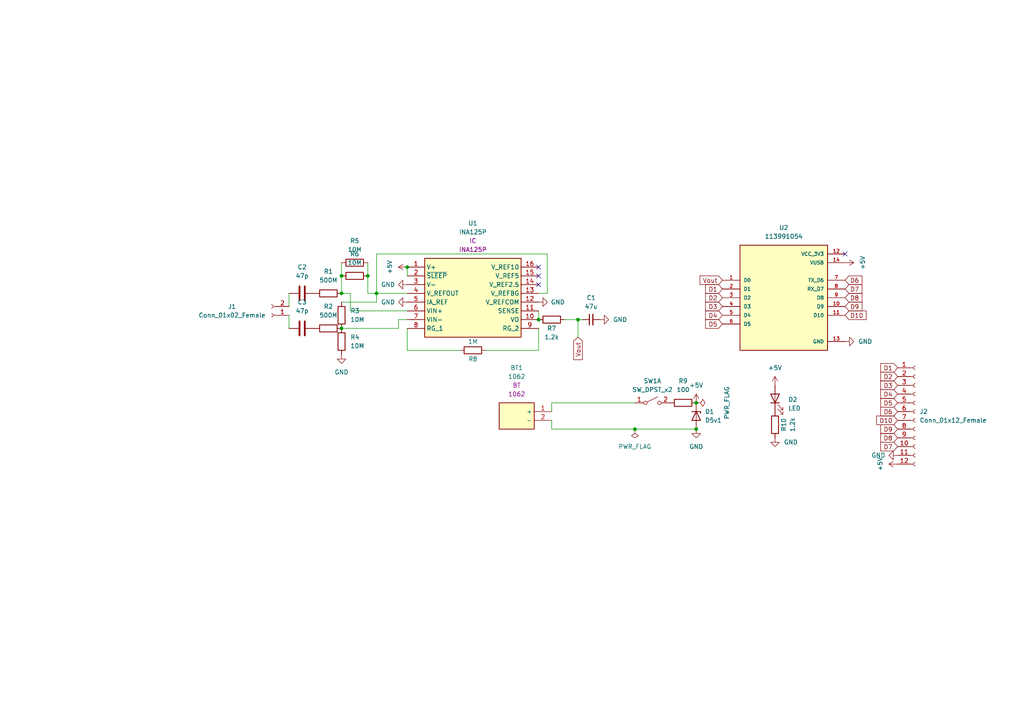
<source format=kicad_sch>
(kicad_sch (version 20211123) (generator eeschema)
  (paper "A4")
  (lib_symbols
    (symbol "Connector:Conn_01x02_Female" (pin_names (offset 1.016) hide)
      (property "Reference" "J" (at 0 2.54 0))
      (property "Value" "Conn_01x02_Female" (at 0 -5.08 0))
      (symbol "Conn_01x02_Female_1_1"
        (arc (start 0 -2.032) (mid -0.508 -2.54) (end 0 -3.048) (stroke (width 0.1524)))
        (polyline (pts (xy -1.27 -2.54) (xy -0.508 -2.54)) (stroke (width 0.1524)))
        (polyline (pts (xy -1.27 0) (xy -0.508 0)) (stroke (width 0.1524)))
        (arc (start 0 0.508) (mid -0.508 0) (end 0 -0.508) (stroke (width 0.1524)))
        (pin passive line (at -5.08 0 0) (length 3.81) (name "Pin_1") (number "1"))
        (pin passive line (at -5.08 -2.54 0) (length 3.81) (name "Pin_2") (number "2"))
      )
    )
    (symbol "Connector:Conn_01x12_Female" (pin_names (offset 1.016) hide)
      (property "Reference" "J" (at 0 15.24 0))
      (property "Value" "Conn_01x12_Female" (at 0 -17.78 0))
      (symbol "Conn_01x12_Female_1_1"
        (arc (start 0 -14.732) (mid -0.508 -15.24) (end 0 -15.748) (stroke (width 0.1524)))
        (arc (start 0 -12.192) (mid -0.508 -12.7) (end 0 -13.208) (stroke (width 0.1524)))
        (arc (start 0 -9.652) (mid -0.508 -10.16) (end 0 -10.668) (stroke (width 0.1524)))
        (arc (start 0 -7.112) (mid -0.508 -7.62) (end 0 -8.128) (stroke (width 0.1524)))
        (arc (start 0 -4.572) (mid -0.508 -5.08) (end 0 -5.588) (stroke (width 0.1524)))
        (arc (start 0 -2.032) (mid -0.508 -2.54) (end 0 -3.048) (stroke (width 0.1524)))
        (polyline (pts (xy -1.27 -15.24) (xy -0.508 -15.24)) (stroke (width 0.1524)))
        (polyline (pts (xy -1.27 -12.7) (xy -0.508 -12.7)) (stroke (width 0.1524)))
        (polyline (pts (xy -1.27 -10.16) (xy -0.508 -10.16)) (stroke (width 0.1524)))
        (polyline (pts (xy -1.27 -7.62) (xy -0.508 -7.62)) (stroke (width 0.1524)))
        (polyline (pts (xy -1.27 -5.08) (xy -0.508 -5.08)) (stroke (width 0.1524)))
        (polyline (pts (xy -1.27 -2.54) (xy -0.508 -2.54)) (stroke (width 0.1524)))
        (polyline (pts (xy -1.27 0) (xy -0.508 0)) (stroke (width 0.1524)))
        (polyline (pts (xy -1.27 2.54) (xy -0.508 2.54)) (stroke (width 0.1524)))
        (polyline (pts (xy -1.27 5.08) (xy -0.508 5.08)) (stroke (width 0.1524)))
        (polyline (pts (xy -1.27 7.62) (xy -0.508 7.62)) (stroke (width 0.1524)))
        (polyline (pts (xy -1.27 10.16) (xy -0.508 10.16)) (stroke (width 0.1524)))
        (polyline (pts (xy -1.27 12.7) (xy -0.508 12.7)) (stroke (width 0.1524)))
        (arc (start 0 0.508) (mid -0.508 0) (end 0 -0.508) (stroke (width 0.1524)))
        (arc (start 0 3.048) (mid -0.508 2.54) (end 0 2.032) (stroke (width 0.1524)))
        (arc (start 0 5.588) (mid -0.508 5.08) (end 0 4.572) (stroke (width 0.1524)))
        (arc (start 0 8.128) (mid -0.508 7.62) (end 0 7.112) (stroke (width 0.1524)))
        (arc (start 0 10.668) (mid -0.508 10.16) (end 0 9.652) (stroke (width 0.1524)))
        (arc (start 0 13.208) (mid -0.508 12.7) (end 0 12.192) (stroke (width 0.1524)))
        (pin passive line (at -5.08 12.7 0) (length 3.81) (name "Pin_1") (number "1"))
        (pin passive line (at -5.08 -10.16 0) (length 3.81) (name "Pin_10") (number "10"))
        (pin passive line (at -5.08 -12.7 0) (length 3.81) (name "Pin_11") (number "11"))
        (pin passive line (at -5.08 -15.24 0) (length 3.81) (name "Pin_12") (number "12"))
        (pin passive line (at -5.08 10.16 0) (length 3.81) (name "Pin_2") (number "2"))
        (pin passive line (at -5.08 7.62 0) (length 3.81) (name "Pin_3") (number "3"))
        (pin passive line (at -5.08 5.08 0) (length 3.81) (name "Pin_4") (number "4"))
        (pin passive line (at -5.08 2.54 0) (length 3.81) (name "Pin_5") (number "5"))
        (pin passive line (at -5.08 0 0) (length 3.81) (name "Pin_6") (number "6"))
        (pin passive line (at -5.08 -2.54 0) (length 3.81) (name "Pin_7") (number "7"))
        (pin passive line (at -5.08 -5.08 0) (length 3.81) (name "Pin_8") (number "8"))
        (pin passive line (at -5.08 -7.62 0) (length 3.81) (name "Pin_9") (number "9"))
      )
    )
    (symbol "Device:C" (pin_numbers hide) (pin_names (offset 0.254))
      (property "Reference" "C" (at 0.635 2.54 0))
      (property "Value" "C" (at 0.635 -2.54 0))
      (symbol "C_0_1"
        (polyline (pts (xy -2.032 -0.762) (xy 2.032 -0.762)) (stroke (width 0.508)))
        (polyline (pts (xy -2.032 0.762) (xy 2.032 0.762)) (stroke (width 0.508)))
      )
      (symbol "C_1_1"
        (pin passive line (at 0 3.81 270) (length 2.794) (name "~") (number "1"))
        (pin passive line (at 0 -3.81 90) (length 2.794) (name "~") (number "2"))
      )
    )
    (symbol "Device:C_Small" (pin_numbers hide) (pin_names (offset 0.254) hide)
      (property "Reference" "C" (at 0.254 1.778 0))
      (property "Value" "C_Small" (at 0.254 -2.032 0))
      (symbol "C_Small_0_1"
        (polyline (pts (xy -1.524 -0.508) (xy 1.524 -0.508)) (stroke (width 0.3302)))
        (polyline (pts (xy -1.524 0.508) (xy 1.524 0.508)) (stroke (width 0.3048)))
      )
      (symbol "C_Small_1_1"
        (pin passive line (at 0 2.54 270) (length 2.032) (name "~") (number "1"))
        (pin passive line (at 0 -2.54 90) (length 2.032) (name "~") (number "2"))
      )
    )
    (symbol "Device:D_Zener" (pin_numbers hide) (pin_names (offset 1.016) hide)
      (property "Reference" "D" (at 0 2.54 0))
      (property "Value" "D_Zener" (at 0 -2.54 0))
      (symbol "D_Zener_0_1"
        (polyline (pts (xy 1.27 0) (xy -1.27 0)))
        (polyline (pts (xy -1.27 -1.27) (xy -1.27 1.27) (xy -0.762 1.27)) (stroke (width 0.254)))
        (polyline (pts (xy 1.27 -1.27) (xy 1.27 1.27) (xy -1.27 0) (xy 1.27 -1.27)) (stroke (width 0.254)))
      )
      (symbol "D_Zener_1_1"
        (pin passive line (at -3.81 0 0) (length 2.54) (name "K") (number "1"))
        (pin passive line (at 3.81 0 180) (length 2.54) (name "A") (number "2"))
      )
    )
    (symbol "Device:LED" (pin_numbers hide) (pin_names (offset 1.016) hide)
      (property "Reference" "D" (at 0 2.54 0))
      (property "Value" "LED" (at 0 -2.54 0))
      (symbol "LED_0_1"
        (polyline (pts (xy -1.27 -1.27) (xy -1.27 1.27)) (stroke (width 0.254)))
        (polyline (pts (xy -1.27 0) (xy 1.27 0)))
        (polyline (pts (xy 1.27 -1.27) (xy 1.27 1.27) (xy -1.27 0) (xy 1.27 -1.27)) (stroke (width 0.254)))
        (polyline (pts (xy -3.048 -0.762) (xy -4.572 -2.286) (xy -3.81 -2.286) (xy -4.572 -2.286) (xy -4.572 -1.524)))
        (polyline (pts (xy -1.778 -0.762) (xy -3.302 -2.286) (xy -2.54 -2.286) (xy -3.302 -2.286) (xy -3.302 -1.524)))
      )
      (symbol "LED_1_1"
        (pin passive line (at -3.81 0 0) (length 2.54) (name "K") (number "1"))
        (pin passive line (at 3.81 0 180) (length 2.54) (name "A") (number "2"))
      )
    )
    (symbol "Device:R" (pin_numbers hide) (pin_names (offset 0))
      (property "Reference" "R" (at 2.032 0 90))
      (property "Value" "R" (at 0 0 90))
      (symbol "R_0_1"
        (rectangle (start -1.016 -2.54) (end 1.016 2.54) (stroke (width 0.254)))
      )
      (symbol "R_1_1"
        (pin passive line (at 0 3.81 270) (length 1.27) (name "~") (number "1"))
        (pin passive line (at 0 -3.81 90) (length 1.27) (name "~") (number "2"))
      )
    )
    (symbol "Dual 2032-1062:1062"
      (property "Value" "1062" (at 0 0 0))
      (property "Reference_1" "BT" (at 16.51 7.62 0))
      (property "Value_1" "1062" (at 16.51 5.08 0))
      (symbol "1062_1_1"
        (rectangle (start 5.08 2.54) (end 15.24 -5.08) (stroke (width 0.254)) (fill (type background)))
        (pin passive line (at 0 -2.54 0) (length 5.08) (name "+") (number "1"))
        (pin passive line (at 0 0 0) (length 5.08) (name "-") (number "2"))
      )
    )
    (symbol "INA125P:INA125P"
      (property "Value" "INA125P" (at 0 0 0))
      (property "Reference_1" "IC" (at 34.29 7.62 0))
      (property "Value_1" "INA125P" (at 34.29 5.08 0))
      (symbol "INA125P_1_1"
        (rectangle (start 5.08 2.54) (end 33.02 -20.32) (stroke (width 0.254)) (fill (type background)))
        (pin passive line (at 0 0 0) (length 5.08) (name "V+") (number "1"))
        (pin passive line (at 38.1 -15.24 180) (length 5.08) (name "VO") (number "10"))
        (pin passive line (at 38.1 -12.7 180) (length 5.08) (name "SENSE") (number "11"))
        (pin passive line (at 38.1 -10.16 180) (length 5.08) (name "V_REFCOM") (number "12"))
        (pin passive line (at 38.1 -7.62 180) (length 5.08) (name "V_REFBG") (number "13"))
        (pin passive line (at 38.1 -5.08 180) (length 5.08) (name "V_REF2.5") (number "14"))
        (pin passive line (at 38.1 -2.54 180) (length 5.08) (name "V_REF5") (number "15"))
        (pin passive line (at 38.1 0 180) (length 5.08) (name "V_REF10") (number "16"))
        (pin passive line (at 0 -2.54 0) (length 5.08) (name "~{SLEEP}") (number "2"))
        (pin passive line (at 0 -5.08 0) (length 5.08) (name "V-") (number "3"))
        (pin passive line (at 0 -7.62 0) (length 5.08) (name "V_REFOUT") (number "4"))
        (pin passive line (at 0 -10.16 0) (length 5.08) (name "IA_REF") (number "5"))
        (pin passive line (at 0 -12.7 0) (length 5.08) (name "VIN+") (number "6"))
        (pin passive line (at 0 -15.24 0) (length 5.08) (name "VIN-") (number "7"))
        (pin passive line (at 0 -17.78 0) (length 5.08) (name "RG_1") (number "8"))
        (pin passive line (at 38.1 -17.78 180) (length 5.08) (name "RG_2") (number "9"))
      )
    )
    (symbol "Switch:SW_DPST_x2" (pin_names (offset 0) hide)
      (property "Reference" "SW" (at 0 3.175 0))
      (property "Value" "SW_DPST_x2" (at 0 -2.54 0))
      (symbol "SW_DPST_x2_0_0"
        (circle (center -2.032 0) (radius 0.508))
        (polyline (pts (xy -1.524 0.254) (xy 1.524 1.778)))
        (circle (center 2.032 0) (radius 0.508))
      )
      (symbol "SW_DPST_x2_1_1"
        (pin passive line (at -5.08 0 0) (length 2.54) (name "A") (number "1"))
        (pin passive line (at 5.08 0 180) (length 2.54) (name "B") (number "2"))
      )
      (symbol "SW_DPST_x2_2_1"
        (pin passive line (at -5.08 0 0) (length 2.54) (name "A") (number "3"))
        (pin passive line (at 5.08 0 180) (length 2.54) (name "B") (number "4"))
      )
    )
    (symbol "XIAO ESP32-C3:113991054" (pin_names (offset 1.016))
      (property "Reference" "U" (at -12.7 16.002 0))
      (property "Value" "113991054" (at -12.7 -17.78 0))
      (symbol "113991054_0_0"
        (rectangle (start -12.7 -15.24) (end 12.7 15.24) (stroke (width 0.254)) (fill (type background)))
        (pin bidirectional line (at -17.78 5.08 0) (length 5.08) (name "D0") (number "1"))
        (pin bidirectional line (at 17.78 -2.54 180) (length 5.08) (name "D9") (number "10"))
        (pin bidirectional line (at 17.78 -5.08 180) (length 5.08) (name "D10") (number "11"))
        (pin power_in line (at 17.78 12.7 180) (length 5.08) (name "VCC_3V3") (number "12"))
        (pin power_in line (at 17.78 -12.7 180) (length 5.08) (name "GND") (number "13"))
        (pin power_in line (at 17.78 10.16 180) (length 5.08) (name "VUSB") (number "14"))
        (pin bidirectional line (at -17.78 2.54 0) (length 5.08) (name "D1") (number "2"))
        (pin bidirectional line (at -17.78 0 0) (length 5.08) (name "D2") (number "3"))
        (pin bidirectional line (at -17.78 -2.54 0) (length 5.08) (name "D3") (number "4"))
        (pin bidirectional line (at -17.78 -5.08 0) (length 5.08) (name "D4") (number "5"))
        (pin bidirectional line (at -17.78 -7.62 0) (length 5.08) (name "D5") (number "6"))
        (pin bidirectional line (at 17.78 5.08 180) (length 5.08) (name "TX_D6") (number "7"))
        (pin bidirectional line (at 17.78 2.54 180) (length 5.08) (name "RX_D7") (number "8"))
        (pin bidirectional line (at 17.78 0 180) (length 5.08) (name "D8") (number "9"))
      )
    )
    (symbol "power:+5V" (power) (pin_names (offset 0))
      (property "Value" "+5V" (at 0 3.556 0))
      (symbol "+5V_0_1"
        (polyline (pts (xy -0.762 1.27) (xy 0 2.54)))
        (polyline (pts (xy 0 0) (xy 0 2.54)))
        (polyline (pts (xy 0 2.54) (xy 0.762 1.27)))
      )
      (symbol "+5V_1_1"
        (pin power_in line (at 0 0 90) (length 0) hide (name "+5V") (number "1"))
      )
    )
    (symbol "power:GND" (power) (pin_names (offset 0))
      (property "Value" "GND" (at 0 -3.81 0))
      (symbol "GND_0_1"
        (polyline (pts (xy 0 0) (xy 0 -1.27) (xy 1.27 -1.27) (xy 0 -2.54) (xy -1.27 -1.27) (xy 0 -1.27)))
      )
      (symbol "GND_1_1"
        (pin power_in line (at 0 0 270) (length 0) hide (name "GND") (number "1"))
      )
    )
    (symbol "power:PWR_FLAG" (power) (pin_numbers hide) (pin_names (offset 0) hide)
      (property "Value" "PWR_FLAG" (at 0 3.81 0))
      (symbol "PWR_FLAG_0_0"
        (pin power_out line (at 0 0 90) (length 0) (name "pwr") (number "1"))
      )
      (symbol "PWR_FLAG_0_1"
        (polyline (pts (xy 0 0) (xy 0 1.27) (xy -1.016 1.905) (xy 0 2.54) (xy 1.016 1.905) (xy 0 1.27)))
      )
    )
  )
  (junction (at 118.11 77.47))
  (junction (at 99.06 95.25))
  (junction (at 99.06 80.01))
  (junction (at 201.93 124.46))
  (junction (at 201.93 116.84))
  (junction (at 156.21 92.71))
  (junction (at 106.68 80.01))
  (junction (at 167.64 92.71))
  (junction (at 109.22 85.09))
  (junction (at 99.06 85.09))
  (junction (at 184.15 124.46))
  (no_connect (at 245.11 73.66))
  (no_connect (at 156.21 82.55))
  (no_connect (at 156.21 77.47))
  (no_connect (at 156.21 80.01))
  (wire (pts (xy 168.91 92.71) (xy 167.64 92.71)))
  (wire (pts (xy 160.02 121.92) (xy 160.02 124.46)))
  (wire (pts (xy 160.02 116.84) (xy 184.15 116.84)))
  (wire (pts (xy 99.06 80.01) (xy 99.06 85.09)))
  (wire (pts (xy 163.83 92.71) (xy 167.64 92.71)))
  (wire (pts (xy 156.21 101.6) (xy 140.97 101.6)))
  (wire (pts (xy 99.06 85.09) (xy 101.6 85.09)))
  (wire (pts (xy 99.06 95.25) (xy 115.57 95.25)))
  (wire (pts (xy 156.21 90.17) (xy 156.21 92.71)))
  (wire (pts (xy 101.6 90.17) (xy 101.6 85.09)))
  (wire (pts (xy 109.22 73.66) (xy 109.22 85.09)))
  (wire (pts (xy 99.06 76.2) (xy 99.06 80.01)))
  (wire (pts (xy 106.68 80.01) (xy 106.68 85.09)))
  (wire (pts (xy 118.11 77.47) (xy 118.11 80.01)))
  (wire (pts (xy 184.15 124.46) (xy 201.93 124.46)))
  (wire (pts (xy 118.11 101.6) (xy 118.11 95.25)))
  (wire (pts (xy 106.68 85.09) (xy 109.22 85.09)))
  (wire (pts (xy 156.21 85.09) (xy 158.75 85.09)))
  (wire (pts (xy 83.82 91.44) (xy 83.82 95.25)))
  (wire (pts (xy 118.11 90.17) (xy 101.6 90.17)))
  (wire (pts (xy 109.22 85.09) (xy 118.11 85.09)))
  (wire (pts (xy 156.21 95.25) (xy 156.21 101.6)))
  (wire (pts (xy 160.02 124.46) (xy 184.15 124.46)))
  (wire (pts (xy 160.02 116.84) (xy 160.02 119.38)))
  (wire (pts (xy 99.06 87.63) (xy 109.22 87.63)))
  (wire (pts (xy 158.75 73.66) (xy 158.75 85.09)))
  (wire (pts (xy 106.68 76.2) (xy 106.68 80.01)))
  (wire (pts (xy 158.75 73.66) (xy 109.22 73.66)))
  (wire (pts (xy 109.22 87.63) (xy 109.22 85.09)))
  (wire (pts (xy 133.35 101.6) (xy 118.11 101.6)))
  (wire (pts (xy 83.82 85.09) (xy 83.82 88.9)))
  (wire (pts (xy 115.57 92.71) (xy 118.11 92.71)))
  (wire (pts (xy 167.64 92.71) (xy 167.64 97.79)))
  (wire (pts (xy 115.57 95.25) (xy 115.57 92.71)))
  (global_label "D5" (shape input) (at 209.55 93.98 180) (property "Intersheet References" "${INTERSHEET_REFS}" (effects hide)))
  (global_label "D10" (shape input) (at 245.11 91.44 0) (property "Intersheet References" "${INTERSHEET_REFS}" (effects hide)))
  (global_label "D2" (shape input) (at 209.55 86.36 180) (property "Intersheet References" "${INTERSHEET_REFS}" (effects hide)))
  (global_label "D3" (shape input) (at 260.35 111.76 180) (property "Intersheet References" "${INTERSHEET_REFS}" (effects hide)))
  (global_label "D10" (shape input) (at 260.35 121.92 180) (property "Intersheet References" "${INTERSHEET_REFS}" (effects hide)))
  (global_label "D4" (shape input) (at 260.35 114.3 180) (property "Intersheet References" "${INTERSHEET_REFS}" (effects hide)))
  (global_label "D9" (shape input) (at 260.35 124.46 180) (property "Intersheet References" "${INTERSHEET_REFS}" (effects hide)))
  (global_label "Vout" (shape input) (at 209.55 81.28 180) (property "Intersheet References" "${INTERSHEET_REFS}" (effects hide)))
  (global_label "Vout" (shape input) (at 167.64 97.79 270) (property "Intersheet References" "${INTERSHEET_REFS}" (effects hide)))
  (global_label "D1" (shape input) (at 209.55 83.82 180) (property "Intersheet References" "${INTERSHEET_REFS}" (effects hide)))
  (global_label "D5" (shape input) (at 260.35 116.84 180) (property "Intersheet References" "${INTERSHEET_REFS}" (effects hide)))
  (global_label "D9" (shape input) (at 245.11 88.9 0) (property "Intersheet References" "${INTERSHEET_REFS}" (effects hide)))
  (global_label "D8" (shape input) (at 245.11 86.36 0) (property "Intersheet References" "${INTERSHEET_REFS}" (effects hide)))
  (global_label "D6" (shape input) (at 260.35 119.38 180) (property "Intersheet References" "${INTERSHEET_REFS}" (effects hide)))
  (global_label "D8" (shape input) (at 260.35 127 180) (property "Intersheet References" "${INTERSHEET_REFS}" (effects hide)))
  (global_label "D2" (shape input) (at 260.35 109.22 180) (property "Intersheet References" "${INTERSHEET_REFS}" (effects hide)))
  (global_label "D1" (shape input) (at 260.35 106.68 180) (property "Intersheet References" "${INTERSHEET_REFS}" (effects hide)))
  (global_label "D4" (shape input) (at 209.55 91.44 180) (property "Intersheet References" "${INTERSHEET_REFS}" (effects hide)))
  (global_label "D7" (shape input) (at 245.11 83.82 0) (property "Intersheet References" "${INTERSHEET_REFS}" (effects hide)))
  (global_label "D7" (shape input) (at 260.35 129.54 180) (property "Intersheet References" "${INTERSHEET_REFS}" (effects hide)))
  (global_label "D6" (shape input) (at 245.11 81.28 0) (property "Intersheet References" "${INTERSHEET_REFS}" (effects hide)))
  (global_label "D3" (shape input) (at 209.55 88.9 180) (property "Intersheet References" "${INTERSHEET_REFS}" (effects hide)))
  (symbol (lib_id "Connector:Conn_01x12_Female") (at 265.43 119.38 0) (unit 1)
    (property "Reference" "J2" (at 266.7 119.3799 0) (effects (justify left)))
    (property "Value" "Conn_01x12_Female" (at 266.7 121.9199 0) (effects (justify left)))
    (property "Footprint" "Connector_PinSocket_2.54mm:PinSocket_1x12_P2.54mm_Vertical" (effects hide))
  )
  (symbol (lib_id "Device:C") (at 87.63 85.09 90) (unit 1)
    (property "Reference" "C2" (at 87.63 77.47 90))
    (property "Value" "47p" (at 87.63 80.01 90))
    (property "Footprint" "Capacitor_Tantalum_SMD:CP_EIA-3216-10_Kemet-I" (effects hide))
  )
  (symbol (lib_id "XIAO ESP32-C3:113991054") (at 227.33 86.36 0) (unit 1)
    (property "Reference" "U2" (at 227.33 66.04 0))
    (property "Value" "113991054" (at 227.33 68.58 0))
    (property "Footprint" "ESP32-C3:MODULE_113991054" (effects hide))
    (property "PARTREV" "23/05/2022" (effects hide))
    (property "MANUFACTURER" "Seeed Technology" (effects hide))
    (property "SNAPEDA_PN" "113991054" (effects hide))
    (property "MAXIMUM_PACKAGE_HEIGHT" "N/A" (effects hide))
    (property "STANDARD" "Manufacturer Recommendations" (effects hide))
  )
  (symbol (lib_id "Dual 2032-1062:1062") (at 160.02 121.92 180) (unit 1)
    (property "Reference" "BT1" (at 149.86 106.68 0))
    (property "Value" "1062" (at 149.86 109.22 0))
    (property "Footprint" "BatteryHolder-2-2032:1062" (effects hide))
    (property "Reference_1" "BT" (at 149.86 111.76 0))
    (property "Value_1" "1062" (at 149.86 114.3 0))
    (property "Footprint_1" "1062" (effects hide))
    (property "Datasheet_1" "https://www.keyelco.com/product-pdf.cfm?p=728" (effects hide))
    (property "Height" "10.57" (effects hide))
    (property "Mouser Part Number" "534-1062" (effects hide))
    (property "Mouser Price/Stock" "https://www.mouser.co.uk/ProductDetail/Keystone-Electronics/1062?qs=TMDrOSIpnUdOWsMNtyKpVg%3D%3D" (effects hide))
    (property "Manufacturer_Name" "Keystone Electronics" (effects hide))
    (property "Manufacturer_Part_Number" "1062" (effects hide))
  )
  (symbol (lib_id "Connector:Conn_01x02_Female") (at 78.74 91.44 180) (unit 1)
    (property "Reference" "J1" (at 67.31 88.9 0))
    (property "Value" "Conn_01x02_Female" (at 67.31 91.44 0))
    (property "Footprint" "Connector_PinHeader_2.54mm:PinHeader_1x02_P2.54mm_Vertical" (effects hide))
  )
  (symbol (lib_id "power:GND") (at 173.99 92.71 90) (unit 1)
    (property "Reference" "#PWR07" (effects hide))
    (property "Value" "GND" (at 177.8 92.7099 90) (effects (justify right)))
  )
  (symbol (lib_id "Device:R") (at 102.87 76.2 90) (unit 1)
    (property "Reference" "R5" (at 102.87 69.85 90))
    (property "Value" "10M" (at 102.87 72.39 90))
    (property "Footprint" "Resistor_SMD:R_1206_3216Metric" (effects hide))
  )
  (symbol (lib_id "power:GND") (at 156.21 87.63 90) (unit 1)
    (property "Reference" "#PWR05" (effects hide))
    (property "Value" "GND" (at 163.83 87.63 90) (effects (justify left)))
  )
  (symbol (lib_id "power:+5V") (at 245.11 76.2 270) (unit 1)
    (property "Reference" "#PWR08" (effects hide))
    (property "Value" "+5V" (at 250.19 76.2 0))
  )
  (symbol (lib_id "power:+5V") (at 118.11 77.47 90) (unit 1)
    (property "Reference" "#PWR02" (effects hide))
    (property "Value" "+5V" (at 113.03 77.47 0))
  )
  (symbol (lib_id "INA125P:INA125P") (at 118.11 77.47 0) (unit 1)
    (property "Reference" "U1" (at 137.16 64.77 0))
    (property "Value" "INA125P" (at 137.16 67.31 0))
    (property "Footprint" "INA125P:DIP794W53P254L1930H508Q16N" (effects hide))
    (property "Reference_1" "IC" (at 137.16 69.85 0))
    (property "Value_1" "INA125P" (at 137.16 72.39 0))
    (property "Footprint_1" "DIP794W53P254L1930H508Q16N" (effects hide))
    (property "Datasheet_1" "http://www.ti.com/lit/gpn/ina125" (effects hide))
    (property "Height" "5.08" (effects hide))
    (property "Mouser Part Number" "595-INA125P" (effects hide))
    (property "Mouser Price/Stock" "https://www.mouser.co.uk/ProductDetail/Texas-Instruments/INA125P?qs=VBduBm9rCJSDMcs2CyEvAw%3D%3D" (effects hide))
    (property "Manufacturer_Name" "Texas Instruments" (effects hide))
    (property "Manufacturer_Part_Number" "INA125P" (effects hide))
  )
  (symbol (lib_id "power:+5V") (at 260.35 134.62 90) (unit 1)
    (property "Reference" "#PWR011" (effects hide))
    (property "Value" "+5V" (at 255.27 134.62 0))
  )
  (symbol (lib_id "power:GND") (at 260.35 132.08 270) (unit 1)
    (property "Reference" "#PWR010" (effects hide))
    (property "Value" "GND" (at 252.73 132.08 90) (effects (justify left)))
  )
  (symbol (lib_id "Device:R") (at 102.87 80.01 90) (unit 1)
    (property "Reference" "R6" (at 102.87 73.66 90))
    (property "Value" "10M" (at 102.87 76.2 90))
    (property "Footprint" "Resistor_SMD:R_1206_3216Metric" (effects hide))
  )
  (symbol (lib_id "Device:R") (at 224.79 123.19 180) (unit 1)
    (property "Reference" "R10" (at 227.33 123.19 90))
    (property "Value" "1.2k" (at 229.87 123.19 90))
    (property "Footprint" "Resistor_SMD:R_1206_3216Metric" (effects hide))
  )
  (symbol (lib_id "power:+5V") (at 201.93 116.84 0) (unit 1)
    (property "Reference" "#PWR0101" (effects hide))
    (property "Value" "+5V" (at 201.93 111.76 0))
  )
  (symbol (lib_id "Device:R") (at 95.25 95.25 90) (unit 1)
    (property "Reference" "R2" (at 95.25 88.9 90))
    (property "Value" "500M" (at 95.25 91.44 90))
    (property "Footprint" "Resistor_SMD:R_0805_2012Metric" (effects hide))
  )
  (symbol (lib_id "power:GND") (at 201.93 124.46 0) (unit 1)
    (property "Reference" "#PWR0102" (effects hide))
    (property "Value" "GND" (at 201.93 129.54 0))
  )
  (symbol (lib_id "Device:C") (at 87.63 95.25 90) (unit 1)
    (property "Reference" "C3" (at 87.63 87.63 90))
    (property "Value" "47p" (at 87.63 90.17 90))
    (property "Footprint" "Capacitor_Tantalum_SMD:CP_EIA-3216-10_Kemet-I" (effects hide))
  )
  (symbol (lib_id "power:GND") (at 224.79 127 0) (unit 1)
    (property "Reference" "#PWR012" (effects hide))
    (property "Value" "GND" (at 227.33 128.2699 0) (effects (justify left)))
  )
  (symbol (lib_id "power:PWR_FLAG") (at 184.15 124.46 180) (unit 1)
    (property "Reference" "#FLG0102" (effects hide))
    (property "Value" "PWR_FLAG" (at 184.15 129.54 0))
  )
  (symbol (lib_id "Device:C_Small") (at 171.45 92.71 90) (unit 1)
    (property "Reference" "C1" (at 171.4563 86.36 90))
    (property "Value" "47u" (at 171.4563 88.9 90))
    (property "Footprint" "Capacitor_SMD:CP_Elec_5x5.4" (effects hide))
  )
  (symbol (lib_id "Device:R") (at 160.02 92.71 90) (unit 1)
    (property "Reference" "R7" (at 160.02 95.25 90))
    (property "Value" "1.2k" (at 160.02 97.79 90))
    (property "Footprint" "Resistor_SMD:R_1206_3216Metric" (effects hide))
  )
  (symbol (lib_id "power:GND") (at 118.11 87.63 270) (unit 1)
    (property "Reference" "#PWR04" (effects hide))
    (property "Value" "GND" (at 110.49 87.63 90) (effects (justify left)))
  )
  (symbol (lib_id "Device:LED") (at 224.79 115.57 90) (unit 1)
    (property "Reference" "D2" (at 228.6 115.8874 90) (effects (justify right)))
    (property "Value" "LED" (at 228.6 118.4274 90) (effects (justify right)))
    (property "Footprint" "LED_SMD:LED_1206_3216Metric" (effects hide))
  )
  (symbol (lib_id "power:PWR_FLAG") (at 201.93 116.84 270) (unit 1)
    (property "Reference" "#FLG0101" (effects hide))
    (property "Value" "PWR_FLAG" (at 210.82 116.84 0))
  )
  (symbol (lib_id "power:GND") (at 118.11 82.55 270) (unit 1)
    (property "Reference" "#PWR03" (effects hide))
    (property "Value" "GND" (at 110.49 82.55 90) (effects (justify left)))
  )
  (symbol (lib_id "Device:D_Zener") (at 201.93 120.65 270) (unit 1)
    (property "Reference" "D1" (at 204.47 119.3799 90) (effects (justify left)))
    (property "Value" "D5v1" (at 204.47 121.9199 90) (effects (justify left)))
    (property "Footprint" "Diode_SMD:D_SOT-23_ANK" (effects hide))
  )
  (symbol (lib_id "Device:R") (at 99.06 91.44 180) (unit 1)
    (property "Reference" "R3" (at 101.6 90.1699 0) (effects (justify right)))
    (property "Value" "10M" (at 101.6 92.7099 0) (effects (justify right)))
    (property "Footprint" "Resistor_SMD:R_1206_3216Metric" (effects hide))
  )
  (symbol (lib_id "Device:R") (at 99.06 99.06 0) (unit 1)
    (property "Reference" "R4" (at 101.6 97.7899 0) (effects (justify left)))
    (property "Value" "10M" (at 101.6 100.3299 0) (effects (justify left)))
    (property "Footprint" "Resistor_SMD:R_1206_3216Metric" (effects hide))
  )
  (symbol (lib_id "power:GND") (at 245.11 99.06 90) (unit 1)
    (property "Reference" "#PWR09" (effects hide))
    (property "Value" "GND" (at 248.92 99.0599 90) (effects (justify right)))
  )
  (symbol (lib_id "power:GND") (at 99.06 102.87 0) (unit 1)
    (property "Reference" "#PWR01" (effects hide))
    (property "Value" "GND" (at 99.06 107.95 0))
  )
  (symbol (lib_id "Device:R") (at 198.12 116.84 90) (unit 1)
    (property "Reference" "R9" (at 198.12 110.49 90))
    (property "Value" "100" (at 198.12 113.03 90))
    (property "Footprint" "Resistor_SMD:R_1206_3216Metric" (effects hide))
  )
  (symbol (lib_id "Switch:SW_DPST_x2") (at 189.23 116.84 0) (unit 1)
    (property "Reference" "SW1" (at 189.23 110.49 0))
    (property "Value" "SW_DPST_x2" (at 189.23 113.03 0))
    (property "Footprint" "Button_Switch_SMD:SW_DIP_SPSTx01_Slide_Omron_A6S-110x_W8.9mm_P2.54mm" (effects hide))
  )
  (symbol (lib_id "power:+5V") (at 224.79 111.76 0) (unit 1)
    (property "Reference" "#PWR06" (effects hide))
    (property "Value" "+5V" (at 224.79 106.68 0))
  )
  (symbol (lib_id "Device:R") (at 95.25 85.09 90) (unit 1)
    (property "Reference" "R1" (at 95.25 78.74 90))
    (property "Value" "500M" (at 95.25 81.28 90))
    (property "Footprint" "Resistor_SMD:R_0805_2012Metric" (effects hide))
  )
  (symbol (lib_id "Device:R") (at 137.16 101.6 90) (unit 1)
    (property "Reference" "R8" (at 137.16 104.14 90))
    (property "Value" "1M" (at 137.16 99.06 90))
    (property "Footprint" "Resistor_SMD:R_1206_3216Metric" (effects hide))
  )
)
</source>
